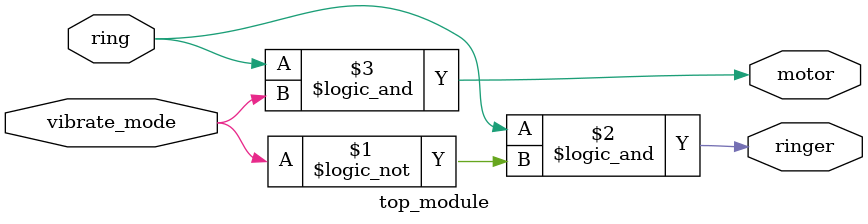
<source format=v>
module top_module (
    input ring,
    input vibrate_mode,
    output ringer,       // Make sound
    output motor         // Vibrate
);
    assign ringer = ring && !vibrate_mode;
    assign motor = ring && vibrate_mode;
    

endmodule

</source>
